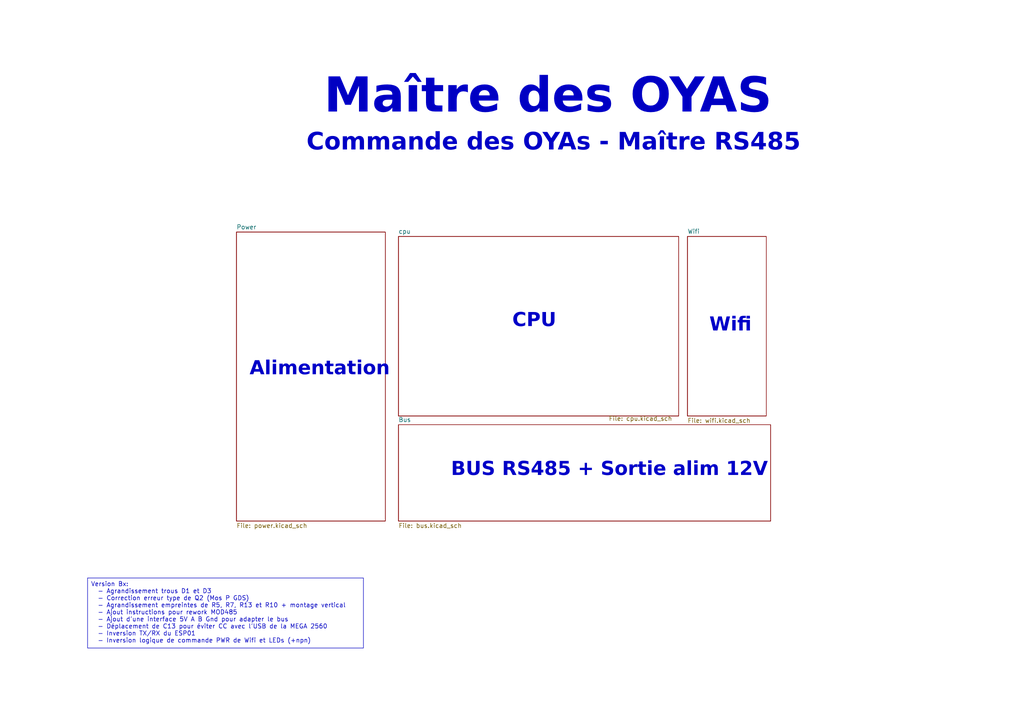
<source format=kicad_sch>
(kicad_sch (version 20230121) (generator eeschema)
  (paper "A4")
  (title_block (title "Commande des OYA - Maître RS485") (date "2024-04-26") (rev "B0") (company "BPC") (comment 1 "Extension Wifi (ESP01)") (comment 2 "Inteface LEDs RGB - Bouton - RTC") (comment 3 "Alim 12V - Sortie 12V pilotable - Bus RS485") (comment 4 "Maître RS485 avec alim 12 V commutée"))
  (lib_symbols)
  (text_box "Version Bx:\n  - Agrandissement trous D1 et D3\n  - Correction erreur type de Q2 (Mos P GDS)\n  - Agrandissement empreintes de R5, R7, R13 et R10 + montage vertical\n  - Ajout instructions pour rework MOD485\n  - Ajout d'une interface 5V A B Gnd pour adapter le bus\n  - Déplacement de C13 pour éviter CC avec l'USB de la MEGA 2560\n  - Inversion TX/RX du ESP01\n  - Inversion logique de commande PWR de Wifi et LEDs (+npn)\n" (at 25.4 167.64 0) (size 80.01 20.32) (effects (font (size 1.27 1.27)) (justify left top)))
  (text "BUS RS485 + Sortie alim 12V" (at 130.81 139.7 0) (effects (font (size 4 4) bold) (justify left bottom)))
  (text "Wifi" (at 205.74 97.79 0) (effects (font (size 4 4) bold) (justify left bottom)))
  (text "Alimentation" (at 72.39 110.49 0) (effects (font (size 4 4) bold) (justify left bottom)))
  (text "Commande des OYAs - Maître RS485" (at 88.9 45.72 0) (effects (font (size 5 5) bold) (justify left bottom)))
  (text "Maître des OYAS" (at 93.98 36.83 0) (effects (font (size 10 10) (thickness 0.4) bold) (justify left bottom)))
  (text "CPU" (at 148.59 96.52 0) (effects (font (size 4 4) bold) (justify left bottom)))
  (sheet (at 68.58 67.31) (size 43.18 83.82) (stroke (width 0.1524))
    (property "Sheetname" "Power" (at 68.58 66.5984 0) (effects (justify left bottom)))
    (property "Sheetfile" "power.kicad_sch" (at 68.58 151.7146 0) (effects (justify left top)))
  )
  (sheet (at 199.39 68.58) (size 22.86 52.07) (stroke (width 0.1524))
    (property "Sheetname" "Wifi" (at 199.39 67.8684 0) (effects (justify left bottom)))
    (property "Sheetfile" "wifi.kicad_sch" (at 199.39 121.2346 0) (effects (justify left top)))
  )
  (sheet (at 115.57 123.19) (size 107.95 27.94) (stroke (width 0.1524))
    (property "Sheetname" "Bus" (at 115.57 122.4784 0) (effects (justify left bottom)))
    (property "Sheetfile" "bus.kicad_sch" (at 115.57 151.7146 0) (effects (justify left top)))
  )
  (sheet (at 115.57 68.58) (size 81.28 52.07) (stroke (width 0.1524))
    (property "Sheetname" "cpu" (at 115.57 67.8684 0) (effects (justify left bottom)))
    (property "Sheetfile" "cpu.kicad_sch" (at 176.53 120.65 0) (effects (justify left top)))
  )
)
</source>
